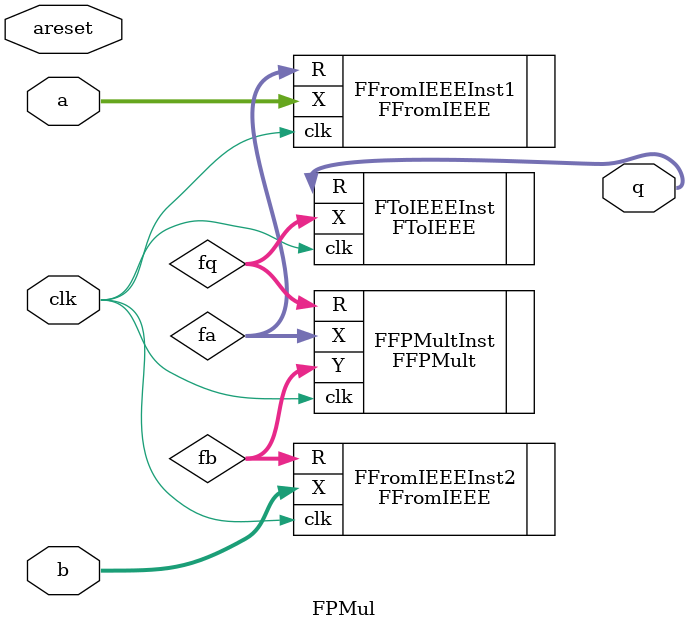
<source format=v>
module FPMul (
    input  clk,
    input  areset,
    input  wire [31:0] a,
    input  wire [31:0] b,
    output wire [31:0] q
  );

  wire [33:0] fa;
  wire [33:0] fb;
  wire [33:0] fq;

  FFromIEEE FFromIEEEInst1 (
    .clk(clk),
    .X(a),
    .R(fa)
  );

  FFromIEEE FFromIEEEInst2 (
    .clk(clk),
    .X(b),
    .R(fb)
  );

  FFPMult FFPMultInst (
    .clk(clk),
    .X(fa),
    .Y(fb),
    .R(fq)
  );

  FToIEEE FToIEEEInst (
    .clk(clk),
    .X(fq),
    .R(q)
  );

endmodule

</source>
